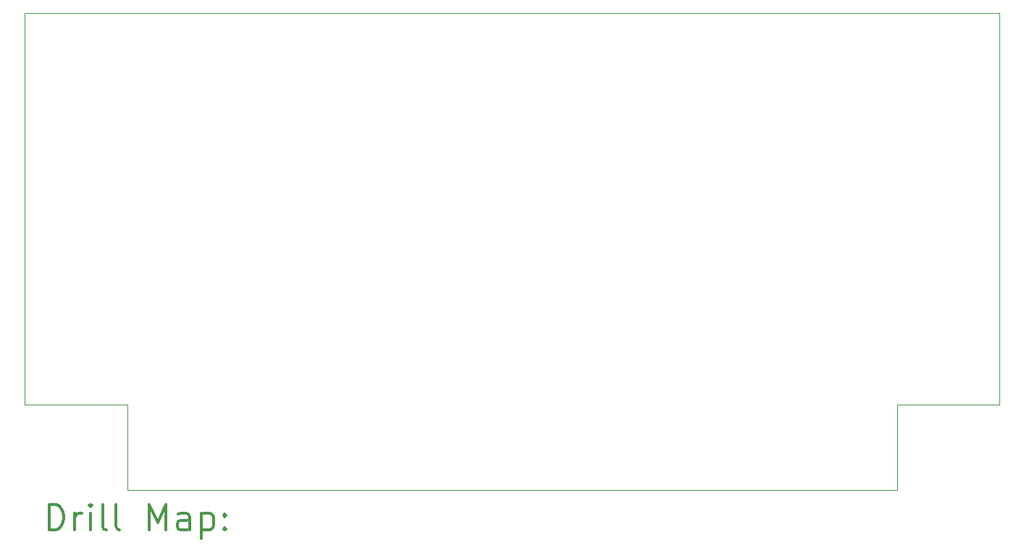
<source format=gbr>
%FSLAX45Y45*%
G04 Gerber Fmt 4.5, Leading zero omitted, Abs format (unit mm)*
G04 Created by KiCad (PCBNEW (5.1.12)-1) date 2022-10-05 19:49:48*
%MOMM*%
%LPD*%
G01*
G04 APERTURE LIST*
%TA.AperFunction,Profile*%
%ADD10C,0.050000*%
%TD*%
%ADD11C,0.200000*%
%ADD12C,0.300000*%
G04 APERTURE END LIST*
D10*
X20400000Y-13700000D02*
X20400000Y-9125000D01*
X19200000Y-13700000D02*
X20400000Y-13700000D01*
X19200000Y-14700000D02*
X19200000Y-13700000D01*
X9000000Y-9125000D02*
X20400000Y-9125000D01*
X10200000Y-14700000D02*
X10200000Y-13700000D01*
X19200000Y-14700000D02*
X10200000Y-14700000D01*
X9000000Y-13700000D02*
X9000000Y-9125000D01*
X10200000Y-13700000D02*
X9000000Y-13700000D01*
D11*
D12*
X9283928Y-15168214D02*
X9283928Y-14868214D01*
X9355357Y-14868214D01*
X9398214Y-14882500D01*
X9426786Y-14911071D01*
X9441071Y-14939643D01*
X9455357Y-14996786D01*
X9455357Y-15039643D01*
X9441071Y-15096786D01*
X9426786Y-15125357D01*
X9398214Y-15153929D01*
X9355357Y-15168214D01*
X9283928Y-15168214D01*
X9583928Y-15168214D02*
X9583928Y-14968214D01*
X9583928Y-15025357D02*
X9598214Y-14996786D01*
X9612500Y-14982500D01*
X9641071Y-14968214D01*
X9669643Y-14968214D01*
X9769643Y-15168214D02*
X9769643Y-14968214D01*
X9769643Y-14868214D02*
X9755357Y-14882500D01*
X9769643Y-14896786D01*
X9783928Y-14882500D01*
X9769643Y-14868214D01*
X9769643Y-14896786D01*
X9955357Y-15168214D02*
X9926786Y-15153929D01*
X9912500Y-15125357D01*
X9912500Y-14868214D01*
X10112500Y-15168214D02*
X10083928Y-15153929D01*
X10069643Y-15125357D01*
X10069643Y-14868214D01*
X10455357Y-15168214D02*
X10455357Y-14868214D01*
X10555357Y-15082500D01*
X10655357Y-14868214D01*
X10655357Y-15168214D01*
X10926786Y-15168214D02*
X10926786Y-15011071D01*
X10912500Y-14982500D01*
X10883928Y-14968214D01*
X10826786Y-14968214D01*
X10798214Y-14982500D01*
X10926786Y-15153929D02*
X10898214Y-15168214D01*
X10826786Y-15168214D01*
X10798214Y-15153929D01*
X10783928Y-15125357D01*
X10783928Y-15096786D01*
X10798214Y-15068214D01*
X10826786Y-15053929D01*
X10898214Y-15053929D01*
X10926786Y-15039643D01*
X11069643Y-14968214D02*
X11069643Y-15268214D01*
X11069643Y-14982500D02*
X11098214Y-14968214D01*
X11155357Y-14968214D01*
X11183928Y-14982500D01*
X11198214Y-14996786D01*
X11212500Y-15025357D01*
X11212500Y-15111071D01*
X11198214Y-15139643D01*
X11183928Y-15153929D01*
X11155357Y-15168214D01*
X11098214Y-15168214D01*
X11069643Y-15153929D01*
X11341071Y-15139643D02*
X11355357Y-15153929D01*
X11341071Y-15168214D01*
X11326786Y-15153929D01*
X11341071Y-15139643D01*
X11341071Y-15168214D01*
X11341071Y-14982500D02*
X11355357Y-14996786D01*
X11341071Y-15011071D01*
X11326786Y-14996786D01*
X11341071Y-14982500D01*
X11341071Y-15011071D01*
M02*

</source>
